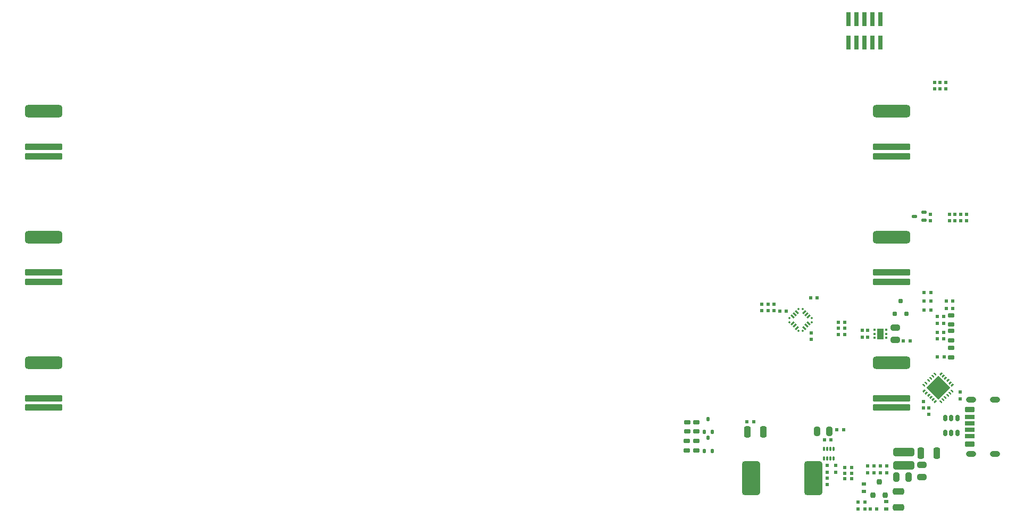
<source format=gtp>
G04*
G04 #@! TF.GenerationSoftware,Altium Limited,CircuitStudio,1.5.2 (30)*
G04*
G04 Layer_Color=7318015*
%FSLAX25Y25*%
%MOIN*%
G70*
G01*
G75*
%ADD60C,0.03543*%
%ADD61R,0.01732X0.01535*%
%ADD62R,0.04370X0.06732*%
G04:AMPARAMS|DCode=63|XSize=113.78mil|YSize=212.21mil|CornerRadius=16.93mil|HoleSize=0mil|Usage=FLASHONLY|Rotation=180.000|XOffset=0mil|YOffset=0mil|HoleType=Round|Shape=RoundedRectangle|*
%AMROUNDEDRECTD63*
21,1,0.11378,0.17835,0,0,180.0*
21,1,0.07992,0.21221,0,0,180.0*
1,1,0.03386,-0.03996,0.08917*
1,1,0.03386,0.03996,0.08917*
1,1,0.03386,0.03996,-0.08917*
1,1,0.03386,-0.03996,-0.08917*
%
%ADD63ROUNDEDRECTD63*%
%ADD64R,0.02953X0.08622*%
G04:AMPARAMS|DCode=65|XSize=13.39mil|YSize=11.42mil|CornerRadius=0mil|HoleSize=0mil|Usage=FLASHONLY|Rotation=225.000|XOffset=0mil|YOffset=0mil|HoleType=Round|Shape=Rectangle|*
%AMROTATEDRECTD65*
4,1,4,0.00070,0.00877,0.00877,0.00070,-0.00070,-0.00877,-0.00877,-0.00070,0.00070,0.00877,0.0*
%
%ADD65ROTATEDRECTD65*%

G04:AMPARAMS|DCode=66|XSize=13.39mil|YSize=11.42mil|CornerRadius=0mil|HoleSize=0mil|Usage=FLASHONLY|Rotation=135.000|XOffset=0mil|YOffset=0mil|HoleType=Round|Shape=Rectangle|*
%AMROTATEDRECTD66*
4,1,4,0.00877,-0.00070,0.00070,-0.00877,-0.00877,0.00070,-0.00070,0.00877,0.00877,-0.00070,0.0*
%
%ADD66ROTATEDRECTD66*%

G04:AMPARAMS|DCode=67|XSize=27.17mil|YSize=11.42mil|CornerRadius=0mil|HoleSize=0mil|Usage=FLASHONLY|Rotation=315.000|XOffset=0mil|YOffset=0mil|HoleType=Round|Shape=Rectangle|*
%AMROTATEDRECTD67*
4,1,4,-0.01364,0.00557,-0.00557,0.01364,0.01364,-0.00557,0.00557,-0.01364,-0.01364,0.00557,0.0*
%
%ADD67ROTATEDRECTD67*%

G04:AMPARAMS|DCode=68|XSize=27.17mil|YSize=11.42mil|CornerRadius=0mil|HoleSize=0mil|Usage=FLASHONLY|Rotation=45.000|XOffset=0mil|YOffset=0mil|HoleType=Round|Shape=Rectangle|*
%AMROTATEDRECTD68*
4,1,4,-0.00557,-0.01364,-0.01364,-0.00557,0.00557,0.01364,0.01364,0.00557,-0.00557,-0.01364,0.0*
%
%ADD68ROTATEDRECTD68*%

G04:AMPARAMS|DCode=69|XSize=38.98mil|YSize=27.17mil|CornerRadius=6.69mil|HoleSize=0mil|Usage=FLASHONLY|Rotation=90.000|XOffset=0mil|YOffset=0mil|HoleType=Round|Shape=RoundedRectangle|*
%AMROUNDEDRECTD69*
21,1,0.03898,0.01378,0,0,90.0*
21,1,0.02559,0.02717,0,0,90.0*
1,1,0.01339,0.00689,0.01280*
1,1,0.01339,0.00689,-0.01280*
1,1,0.01339,-0.00689,-0.01280*
1,1,0.01339,-0.00689,0.01280*
%
%ADD69ROUNDEDRECTD69*%
G04:AMPARAMS|DCode=70|XSize=25.98mil|YSize=11.42mil|CornerRadius=1.58mil|HoleSize=0mil|Usage=FLASHONLY|Rotation=90.000|XOffset=0mil|YOffset=0mil|HoleType=Round|Shape=RoundedRectangle|*
%AMROUNDEDRECTD70*
21,1,0.02598,0.00827,0,0,90.0*
21,1,0.02284,0.01142,0,0,90.0*
1,1,0.00315,0.00413,0.01142*
1,1,0.00315,0.00413,-0.01142*
1,1,0.00315,-0.00413,-0.01142*
1,1,0.00315,-0.00413,0.01142*
%
%ADD70ROUNDEDRECTD70*%
G04:AMPARAMS|DCode=71|XSize=23.23mil|YSize=9.45mil|CornerRadius=2.26mil|HoleSize=0mil|Usage=FLASHONLY|Rotation=45.000|XOffset=0mil|YOffset=0mil|HoleType=Round|Shape=RoundedRectangle|*
%AMROUNDEDRECTD71*
21,1,0.02323,0.00492,0,0,45.0*
21,1,0.01870,0.00945,0,0,45.0*
1,1,0.00453,0.00835,0.00487*
1,1,0.00453,-0.00487,-0.00835*
1,1,0.00453,-0.00835,-0.00487*
1,1,0.00453,0.00487,0.00835*
%
%ADD71ROUNDEDRECTD71*%
G04:AMPARAMS|DCode=72|XSize=23.23mil|YSize=9.45mil|CornerRadius=2.26mil|HoleSize=0mil|Usage=FLASHONLY|Rotation=315.000|XOffset=0mil|YOffset=0mil|HoleType=Round|Shape=RoundedRectangle|*
%AMROUNDEDRECTD72*
21,1,0.02323,0.00492,0,0,315.0*
21,1,0.01870,0.00945,0,0,315.0*
1,1,0.00453,0.00487,-0.00835*
1,1,0.00453,-0.00835,0.00487*
1,1,0.00453,-0.00487,0.00835*
1,1,0.00453,0.00835,-0.00487*
%
%ADD72ROUNDEDRECTD72*%
%ADD73P,0.14977X4X90.0*%
G04:AMPARAMS|DCode=74|XSize=50.79mil|YSize=133.46mil|CornerRadius=12.6mil|HoleSize=0mil|Usage=FLASHONLY|Rotation=270.000|XOffset=0mil|YOffset=0mil|HoleType=Round|Shape=RoundedRectangle|*
%AMROUNDEDRECTD74*
21,1,0.05079,0.10827,0,0,270.0*
21,1,0.02559,0.13346,0,0,270.0*
1,1,0.02520,-0.05413,-0.01280*
1,1,0.02520,-0.05413,0.01280*
1,1,0.02520,0.05413,0.01280*
1,1,0.02520,0.05413,-0.01280*
%
%ADD74ROUNDEDRECTD74*%
G04:AMPARAMS|DCode=75|XSize=37.01mil|YSize=56.69mil|CornerRadius=9.15mil|HoleSize=0mil|Usage=FLASHONLY|Rotation=0.000|XOffset=0mil|YOffset=0mil|HoleType=Round|Shape=RoundedRectangle|*
%AMROUNDEDRECTD75*
21,1,0.03701,0.03839,0,0,0.0*
21,1,0.01870,0.05669,0,0,0.0*
1,1,0.01831,0.00935,-0.01919*
1,1,0.01831,-0.00935,-0.01919*
1,1,0.01831,-0.00935,0.01919*
1,1,0.01831,0.00935,0.01919*
%
%ADD75ROUNDEDRECTD75*%
G04:AMPARAMS|DCode=76|XSize=37.01mil|YSize=56.69mil|CornerRadius=9.15mil|HoleSize=0mil|Usage=FLASHONLY|Rotation=90.000|XOffset=0mil|YOffset=0mil|HoleType=Round|Shape=RoundedRectangle|*
%AMROUNDEDRECTD76*
21,1,0.03701,0.03839,0,0,90.0*
21,1,0.01870,0.05669,0,0,90.0*
1,1,0.01831,0.01919,0.00935*
1,1,0.01831,0.01919,-0.00935*
1,1,0.01831,-0.01919,-0.00935*
1,1,0.01831,-0.01919,0.00935*
%
%ADD76ROUNDEDRECTD76*%
%ADD77C,0.00000*%
G04:AMPARAMS|DCode=78|XSize=27.17mil|YSize=62.6mil|CornerRadius=3.94mil|HoleSize=0mil|Usage=FLASHONLY|Rotation=270.000|XOffset=0mil|YOffset=0mil|HoleType=Round|Shape=RoundedRectangle|*
%AMROUNDEDRECTD78*
21,1,0.02717,0.05472,0,0,270.0*
21,1,0.01929,0.06260,0,0,270.0*
1,1,0.00787,-0.02736,-0.00965*
1,1,0.00787,-0.02736,0.00965*
1,1,0.00787,0.02736,0.00965*
1,1,0.00787,0.02736,-0.00965*
%
%ADD78ROUNDEDRECTD78*%
G04:AMPARAMS|DCode=79|XSize=29.53mil|YSize=62.6mil|CornerRadius=4.29mil|HoleSize=0mil|Usage=FLASHONLY|Rotation=270.000|XOffset=0mil|YOffset=0mil|HoleType=Round|Shape=RoundedRectangle|*
%AMROUNDEDRECTD79*
21,1,0.02953,0.05402,0,0,270.0*
21,1,0.02095,0.06260,0,0,270.0*
1,1,0.00858,-0.02701,-0.01047*
1,1,0.00858,-0.02701,0.01047*
1,1,0.00858,0.02701,0.01047*
1,1,0.00858,0.02701,-0.01047*
%
%ADD79ROUNDEDRECTD79*%
G04:AMPARAMS|DCode=80|XSize=31.1mil|YSize=62.6mil|CornerRadius=4.53mil|HoleSize=0mil|Usage=FLASHONLY|Rotation=90.000|XOffset=0mil|YOffset=0mil|HoleType=Round|Shape=RoundedRectangle|*
%AMROUNDEDRECTD80*
21,1,0.03110,0.05354,0,0,90.0*
21,1,0.02205,0.06260,0,0,90.0*
1,1,0.00906,0.02677,0.01102*
1,1,0.00906,0.02677,-0.01102*
1,1,0.00906,-0.02677,-0.01102*
1,1,0.00906,-0.02677,0.01102*
%
%ADD80ROUNDEDRECTD80*%
G04:AMPARAMS|DCode=81|XSize=235.83mil|YSize=42.91mil|CornerRadius=10.63mil|HoleSize=0mil|Usage=FLASHONLY|Rotation=0.000|XOffset=0mil|YOffset=0mil|HoleType=Round|Shape=RoundedRectangle|*
%AMROUNDEDRECTD81*
21,1,0.23583,0.02165,0,0,0.0*
21,1,0.21457,0.04291,0,0,0.0*
1,1,0.02126,0.10728,-0.01083*
1,1,0.02126,-0.10728,-0.01083*
1,1,0.02126,-0.10728,0.01083*
1,1,0.02126,0.10728,0.01083*
%
%ADD81ROUNDEDRECTD81*%
G04:AMPARAMS|DCode=82|XSize=235.83mil|YSize=78.35mil|CornerRadius=19.49mil|HoleSize=0mil|Usage=FLASHONLY|Rotation=0.000|XOffset=0mil|YOffset=0mil|HoleType=Round|Shape=RoundedRectangle|*
%AMROUNDEDRECTD82*
21,1,0.23583,0.03937,0,0,0.0*
21,1,0.19685,0.07835,0,0,0.0*
1,1,0.03898,0.09843,-0.01969*
1,1,0.03898,-0.09843,-0.01969*
1,1,0.03898,-0.09843,0.01969*
1,1,0.03898,0.09843,0.01969*
%
%ADD82ROUNDEDRECTD82*%
G04:AMPARAMS|DCode=83|XSize=23.23mil|YSize=23.23mil|CornerRadius=5.71mil|HoleSize=0mil|Usage=FLASHONLY|Rotation=270.000|XOffset=0mil|YOffset=0mil|HoleType=Round|Shape=RoundedRectangle|*
%AMROUNDEDRECTD83*
21,1,0.02323,0.01181,0,0,270.0*
21,1,0.01181,0.02323,0,0,270.0*
1,1,0.01142,-0.00591,-0.00591*
1,1,0.01142,-0.00591,0.00591*
1,1,0.01142,0.00591,0.00591*
1,1,0.01142,0.00591,-0.00591*
%
%ADD83ROUNDEDRECTD83*%
G04:AMPARAMS|DCode=84|XSize=23.23mil|YSize=23.23mil|CornerRadius=5.71mil|HoleSize=0mil|Usage=FLASHONLY|Rotation=180.000|XOffset=0mil|YOffset=0mil|HoleType=Round|Shape=RoundedRectangle|*
%AMROUNDEDRECTD84*
21,1,0.02323,0.01181,0,0,180.0*
21,1,0.01181,0.02323,0,0,180.0*
1,1,0.01142,-0.00591,0.00591*
1,1,0.01142,0.00591,0.00591*
1,1,0.01142,0.00591,-0.00591*
1,1,0.01142,-0.00591,-0.00591*
%
%ADD84ROUNDEDRECTD84*%
G04:AMPARAMS|DCode=85|XSize=40.95mil|YSize=70.47mil|CornerRadius=10.14mil|HoleSize=0mil|Usage=FLASHONLY|Rotation=180.000|XOffset=0mil|YOffset=0mil|HoleType=Round|Shape=RoundedRectangle|*
%AMROUNDEDRECTD85*
21,1,0.04095,0.05020,0,0,180.0*
21,1,0.02067,0.07047,0,0,180.0*
1,1,0.02028,-0.01034,0.02510*
1,1,0.02028,0.01034,0.02510*
1,1,0.02028,0.01034,-0.02510*
1,1,0.02028,-0.01034,-0.02510*
%
%ADD85ROUNDEDRECTD85*%
G04:AMPARAMS|DCode=86|XSize=32.28mil|YSize=20.08mil|CornerRadius=4.92mil|HoleSize=0mil|Usage=FLASHONLY|Rotation=180.000|XOffset=0mil|YOffset=0mil|HoleType=Round|Shape=RoundedRectangle|*
%AMROUNDEDRECTD86*
21,1,0.03228,0.01024,0,0,180.0*
21,1,0.02244,0.02008,0,0,180.0*
1,1,0.00984,-0.01122,0.00512*
1,1,0.00984,0.01122,0.00512*
1,1,0.00984,0.01122,-0.00512*
1,1,0.00984,-0.01122,-0.00512*
%
%ADD86ROUNDEDRECTD86*%
G04:AMPARAMS|DCode=87|XSize=27.17mil|YSize=27.17mil|CornerRadius=6.69mil|HoleSize=0mil|Usage=FLASHONLY|Rotation=90.000|XOffset=0mil|YOffset=0mil|HoleType=Round|Shape=RoundedRectangle|*
%AMROUNDEDRECTD87*
21,1,0.02717,0.01378,0,0,90.0*
21,1,0.01378,0.02717,0,0,90.0*
1,1,0.01339,0.00689,0.00689*
1,1,0.01339,0.00689,-0.00689*
1,1,0.01339,-0.00689,-0.00689*
1,1,0.01339,-0.00689,0.00689*
%
%ADD87ROUNDEDRECTD87*%
G04:AMPARAMS|DCode=88|XSize=29.13mil|YSize=38.98mil|CornerRadius=7.19mil|HoleSize=0mil|Usage=FLASHONLY|Rotation=270.000|XOffset=0mil|YOffset=0mil|HoleType=Round|Shape=RoundedRectangle|*
%AMROUNDEDRECTD88*
21,1,0.02913,0.02461,0,0,270.0*
21,1,0.01476,0.03898,0,0,270.0*
1,1,0.01437,-0.01230,-0.00738*
1,1,0.01437,-0.01230,0.00738*
1,1,0.01437,0.01230,0.00738*
1,1,0.01437,0.01230,-0.00738*
%
%ADD88ROUNDEDRECTD88*%
G04:AMPARAMS|DCode=89|XSize=25.12mil|YSize=21.61mil|CornerRadius=5.31mil|HoleSize=0mil|Usage=FLASHONLY|Rotation=90.000|XOffset=0mil|YOffset=0mil|HoleType=Round|Shape=RoundedRectangle|*
%AMROUNDEDRECTD89*
21,1,0.02512,0.01100,0,0,90.0*
21,1,0.01451,0.02161,0,0,90.0*
1,1,0.01061,0.00550,0.00725*
1,1,0.01061,0.00550,-0.00725*
1,1,0.01061,-0.00550,-0.00725*
1,1,0.01061,-0.00550,0.00725*
%
%ADD89ROUNDEDRECTD89*%
%ADD90R,0.03110X0.02126*%
G04:AMPARAMS|DCode=91|XSize=35.04mil|YSize=31.1mil|CornerRadius=7.68mil|HoleSize=0mil|Usage=FLASHONLY|Rotation=90.000|XOffset=0mil|YOffset=0mil|HoleType=Round|Shape=RoundedRectangle|*
%AMROUNDEDRECTD91*
21,1,0.03504,0.01575,0,0,90.0*
21,1,0.01969,0.03110,0,0,90.0*
1,1,0.01535,0.00787,0.00984*
1,1,0.01535,0.00787,-0.00984*
1,1,0.01535,-0.00787,-0.00984*
1,1,0.01535,-0.00787,0.00984*
%
%ADD91ROUNDEDRECTD91*%
G04:AMPARAMS|DCode=92|XSize=40.95mil|YSize=70.47mil|CornerRadius=10.14mil|HoleSize=0mil|Usage=FLASHONLY|Rotation=270.000|XOffset=0mil|YOffset=0mil|HoleType=Round|Shape=RoundedRectangle|*
%AMROUNDEDRECTD92*
21,1,0.04095,0.05020,0,0,270.0*
21,1,0.02067,0.07047,0,0,270.0*
1,1,0.02028,-0.02510,-0.01034*
1,1,0.02028,-0.02510,0.01034*
1,1,0.02028,0.02510,0.01034*
1,1,0.02028,0.02510,-0.01034*
%
%ADD92ROUNDEDRECTD92*%
D60*
X19842Y62283D02*
X22598D01*
X19842Y28268D02*
X22598D01*
X4882D02*
X7638D01*
X4882Y62283D02*
X7638D01*
D61*
X-46752Y100945D02*
D03*
Y103543D02*
D03*
Y106142D02*
D03*
X-54035D02*
D03*
Y103543D02*
D03*
Y100945D02*
D03*
D62*
X-50394Y103543D02*
D03*
D63*
X-92323Y12992D02*
D03*
X-131299D02*
D03*
D64*
X-50236Y300590D02*
D03*
Y286024D02*
D03*
X-55236Y300590D02*
D03*
Y286024D02*
D03*
X-60236Y300590D02*
D03*
Y286024D02*
D03*
X-65236Y300590D02*
D03*
Y286024D02*
D03*
X-70236Y300590D02*
D03*
Y286024D02*
D03*
D65*
X-93504Y113527D02*
D03*
X-101716Y105315D02*
D03*
X-107284Y110882D02*
D03*
X-99071Y119095D02*
D03*
D66*
X-93504Y110882D02*
D03*
X-99071Y105315D02*
D03*
X-107284Y113527D02*
D03*
X-101716Y119095D02*
D03*
D67*
X-104013Y115824D02*
D03*
X-96775Y108586D02*
D03*
X-102621Y117216D02*
D03*
X-105405Y114432D02*
D03*
X-95383Y109978D02*
D03*
X-98167Y107194D02*
D03*
D68*
X-104013Y108586D02*
D03*
X-96775Y115824D02*
D03*
X-98167Y117216D02*
D03*
X-95383Y114432D02*
D03*
X-105405Y109978D02*
D03*
X-102621Y107194D02*
D03*
D69*
X-5906Y50787D02*
D03*
X-9646D02*
D03*
X-2165D02*
D03*
Y41339D02*
D03*
X-5906D02*
D03*
X-9646D02*
D03*
D70*
X-79724Y25433D02*
D03*
X-81693D02*
D03*
X-83661D02*
D03*
X-85630D02*
D03*
Y31260D02*
D03*
X-83661D02*
D03*
X-81693D02*
D03*
X-79724D02*
D03*
D71*
X-22942Y67875D02*
D03*
X-21551Y66484D02*
D03*
X-20159Y65092D02*
D03*
X-18767Y63700D02*
D03*
X-17375Y62308D02*
D03*
X-15983Y60916D02*
D03*
X-5404Y71495D02*
D03*
X-6796Y72887D02*
D03*
X-8188Y74278D02*
D03*
X-9580Y75670D02*
D03*
X-10972Y77062D02*
D03*
X-12364Y78454D02*
D03*
D72*
X-15983D02*
D03*
X-17375Y77062D02*
D03*
X-18767Y75670D02*
D03*
X-20159Y74278D02*
D03*
X-21551Y72887D02*
D03*
X-22942Y71495D02*
D03*
X-5404Y67875D02*
D03*
X-6796Y66484D02*
D03*
X-8188Y65092D02*
D03*
X-9580Y63700D02*
D03*
X-10972Y62308D02*
D03*
X-12364Y60916D02*
D03*
D73*
X-14173Y69685D02*
D03*
D74*
X-35827Y29331D02*
D03*
Y21063D02*
D03*
D75*
X-82382Y42520D02*
D03*
X-90059D02*
D03*
X-32776Y13780D02*
D03*
X-40453D02*
D03*
D76*
X-40945Y99705D02*
D03*
Y107382D02*
D03*
X-24409Y13878D02*
D03*
Y21555D02*
D03*
D77*
X-75197Y24803D02*
D03*
X-76378Y13386D02*
D03*
X-77165Y36220D02*
D03*
X-124409Y48425D02*
D03*
X-72047Y7480D02*
D03*
X-83858Y394D02*
D03*
X-79921Y4724D02*
D03*
X-77953Y48031D02*
D03*
X-109843Y125984D02*
D03*
X-104331D02*
D03*
X-98032Y127165D02*
D03*
X-107874Y98819D02*
D03*
X-114961D02*
D03*
Y103937D02*
D03*
Y109843D02*
D03*
X-31496Y128347D02*
D03*
X-11417Y128740D02*
D03*
X-27559Y124016D02*
D03*
X-14173D02*
D03*
X-27559Y118504D02*
D03*
X-14173D02*
D03*
X-19685Y94488D02*
D03*
Y88976D02*
D03*
X-22047Y80315D02*
D03*
X-19685Y105512D02*
D03*
Y111024D02*
D03*
X-24803Y44094D02*
D03*
X-12598Y94488D02*
D03*
X-19685Y100000D02*
D03*
X-25591Y75590D02*
D03*
X-1969Y55905D02*
D03*
X6693Y66929D02*
D03*
X-9449Y55905D02*
D03*
X-23228Y48819D02*
D03*
X-61024Y35433D02*
D03*
X-59842Y29528D02*
D03*
X-53543D02*
D03*
X-17717Y49213D02*
D03*
X-55905Y-1969D02*
D03*
X-55512Y35433D02*
D03*
X-69291Y-6299D02*
D03*
X-66142Y105905D02*
D03*
X-66535Y100787D02*
D03*
X-33858Y106693D02*
D03*
X-9055Y29134D02*
D03*
X-49213Y35433D02*
D03*
X-47244Y29528D02*
D03*
X-12992Y180709D02*
D03*
X9055D02*
D03*
X-9055Y250394D02*
D03*
X-9449Y266142D02*
D03*
X9055Y175197D02*
D03*
X-12992D02*
D03*
X-177165Y31496D02*
D03*
X-176772Y43307D02*
D03*
X-151723Y38337D02*
D03*
X-150787Y46457D02*
D03*
D78*
X5551Y47244D02*
D03*
Y43307D02*
D03*
D79*
Y51260D02*
D03*
Y39291D02*
D03*
D80*
Y34449D02*
D03*
Y56102D02*
D03*
D81*
X-574803Y214764D02*
D03*
Y220669D02*
D03*
X-43307D02*
D03*
Y214764D02*
D03*
X-574803Y136024D02*
D03*
Y141929D02*
D03*
X-43307D02*
D03*
Y136024D02*
D03*
X-574803Y57284D02*
D03*
Y63189D02*
D03*
X-43307D02*
D03*
Y57284D02*
D03*
D82*
X-574803Y242913D02*
D03*
X-43307D02*
D03*
X-574803Y164173D02*
D03*
X-43307D02*
D03*
X-574803Y85433D02*
D03*
X-43307D02*
D03*
D83*
X-124803Y122146D02*
D03*
Y118012D02*
D03*
X-116929Y122146D02*
D03*
Y118012D02*
D03*
X-120866Y122146D02*
D03*
Y118012D02*
D03*
X-93701Y104035D02*
D03*
Y99902D02*
D03*
X-78347Y20965D02*
D03*
Y16831D02*
D03*
X-83858Y13091D02*
D03*
Y8957D02*
D03*
Y20965D02*
D03*
Y16831D02*
D03*
X-18898Y178445D02*
D03*
Y174311D02*
D03*
X3543D02*
D03*
Y178445D02*
D03*
X-7087Y174311D02*
D03*
Y178445D02*
D03*
X-9449Y261122D02*
D03*
Y256988D02*
D03*
X-3543Y174311D02*
D03*
Y178445D02*
D03*
X-0D02*
D03*
Y174311D02*
D03*
X-16535Y256988D02*
D03*
Y261122D02*
D03*
X-12992Y256988D02*
D03*
Y261122D02*
D03*
X-394Y62894D02*
D03*
Y67028D02*
D03*
X-14567Y114272D02*
D03*
Y110138D02*
D03*
X-10630D02*
D03*
Y114272D02*
D03*
X-14567Y104429D02*
D03*
Y100295D02*
D03*
X-10630D02*
D03*
Y104429D02*
D03*
X-19882Y57087D02*
D03*
Y52953D02*
D03*
X-23228Y61122D02*
D03*
Y56988D02*
D03*
X-46457Y20571D02*
D03*
Y16437D02*
D03*
X-54331Y20571D02*
D03*
Y16437D02*
D03*
X-58268Y20571D02*
D03*
Y16437D02*
D03*
Y101476D02*
D03*
Y105610D02*
D03*
X-61811Y101476D02*
D03*
Y105610D02*
D03*
X-50394Y20571D02*
D03*
Y16437D02*
D03*
D84*
X-72736Y110630D02*
D03*
X-76870D02*
D03*
X-72736Y107087D02*
D03*
X-76870D02*
D03*
Y103150D02*
D03*
X-72736D02*
D03*
X-90059Y125984D02*
D03*
X-94193D02*
D03*
X-109350Y117717D02*
D03*
X-113484D02*
D03*
X-68405Y19685D02*
D03*
X-72539D02*
D03*
X-68405Y12598D02*
D03*
X-72539D02*
D03*
Y16142D02*
D03*
X-68405D02*
D03*
X-81398Y37008D02*
D03*
X-85532D02*
D03*
X-133957Y48425D02*
D03*
X-129823D02*
D03*
X-73524Y43307D02*
D03*
X-77658D02*
D03*
X-18799Y129528D02*
D03*
X-22933D02*
D03*
X-18799Y124016D02*
D03*
X-22933D02*
D03*
X-18799Y118504D02*
D03*
X-22933D02*
D03*
X-9154Y119291D02*
D03*
X-5020D02*
D03*
X-9154Y124016D02*
D03*
X-5020D02*
D03*
X-10531Y88976D02*
D03*
X-14665D02*
D03*
X-60138Y-1969D02*
D03*
X-64272D02*
D03*
X-60138Y-6299D02*
D03*
X-64272D02*
D03*
X-35925Y99213D02*
D03*
X-31791D02*
D03*
X-56791Y-6299D02*
D03*
X-52658D02*
D03*
D85*
X-133760Y42126D02*
D03*
X-123721D02*
D03*
X-15059Y28740D02*
D03*
X-25098D02*
D03*
D86*
X-23090Y179724D02*
D03*
Y174606D02*
D03*
X-28878Y177164D02*
D03*
D87*
X-37796Y124016D02*
D03*
X-41535Y116142D02*
D03*
X-34055D02*
D03*
D88*
X-171260Y48228D02*
D03*
Y42323D02*
D03*
X-171653Y36417D02*
D03*
Y30512D02*
D03*
X-165748Y48228D02*
D03*
Y42323D02*
D03*
Y36417D02*
D03*
Y30512D02*
D03*
X-5906Y105315D02*
D03*
Y99410D02*
D03*
Y115157D02*
D03*
Y109252D02*
D03*
Y94685D02*
D03*
Y88779D02*
D03*
D89*
X-158268Y50148D02*
D03*
X-160716Y41978D02*
D03*
X-155817D02*
D03*
X-158268Y38337D02*
D03*
X-160716Y30167D02*
D03*
X-155817D02*
D03*
D90*
X-60630Y4626D02*
D03*
Y9547D02*
D03*
X-46850Y-1476D02*
D03*
Y-6398D02*
D03*
D91*
X-47441Y2559D02*
D03*
X-54921D02*
D03*
X-51182Y10827D02*
D03*
D92*
X-38976Y4626D02*
D03*
Y-5413D02*
D03*
M02*

</source>
